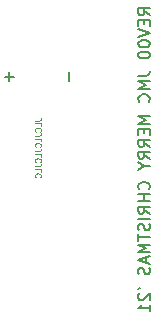
<source format=gbr>
%TF.GenerationSoftware,KiCad,Pcbnew,(5.1.12)-1*%
%TF.CreationDate,2021-12-21T10:33:21-05:00*%
%TF.ProjectId,stylophone,7374796c-6f70-4686-9f6e-652e6b696361,rev?*%
%TF.SameCoordinates,Original*%
%TF.FileFunction,Legend,Bot*%
%TF.FilePolarity,Positive*%
%FSLAX46Y46*%
G04 Gerber Fmt 4.6, Leading zero omitted, Abs format (unit mm)*
G04 Created by KiCad (PCBNEW (5.1.12)-1) date 2021-12-21 10:33:21*
%MOMM*%
%LPD*%
G01*
G04 APERTURE LIST*
%ADD10C,0.125000*%
%ADD11C,0.150000*%
G04 APERTURE END LIST*
D10*
X160726190Y-79690476D02*
X161083333Y-79690476D01*
X161154761Y-79666666D01*
X161202380Y-79619047D01*
X161226190Y-79547619D01*
X161226190Y-79500000D01*
X161226190Y-80166666D02*
X161226190Y-79928571D01*
X160726190Y-79928571D01*
X161178571Y-80619047D02*
X161202380Y-80595238D01*
X161226190Y-80523809D01*
X161226190Y-80476190D01*
X161202380Y-80404761D01*
X161154761Y-80357142D01*
X161107142Y-80333333D01*
X161011904Y-80309523D01*
X160940476Y-80309523D01*
X160845238Y-80333333D01*
X160797619Y-80357142D01*
X160750000Y-80404761D01*
X160726190Y-80476190D01*
X160726190Y-80523809D01*
X160750000Y-80595238D01*
X160773809Y-80619047D01*
X160726190Y-80976190D02*
X161083333Y-80976190D01*
X161154761Y-80952380D01*
X161202380Y-80904761D01*
X161226190Y-80833333D01*
X161226190Y-80785714D01*
X161226190Y-81452380D02*
X161226190Y-81214285D01*
X160726190Y-81214285D01*
X161178571Y-81904761D02*
X161202380Y-81880952D01*
X161226190Y-81809523D01*
X161226190Y-81761904D01*
X161202380Y-81690476D01*
X161154761Y-81642857D01*
X161107142Y-81619047D01*
X161011904Y-81595238D01*
X160940476Y-81595238D01*
X160845238Y-81619047D01*
X160797619Y-81642857D01*
X160750000Y-81690476D01*
X160726190Y-81761904D01*
X160726190Y-81809523D01*
X160750000Y-81880952D01*
X160773809Y-81904761D01*
X160726190Y-82261904D02*
X161083333Y-82261904D01*
X161154761Y-82238095D01*
X161202380Y-82190476D01*
X161226190Y-82119047D01*
X161226190Y-82071428D01*
X161226190Y-82738095D02*
X161226190Y-82500000D01*
X160726190Y-82500000D01*
X161178571Y-83190476D02*
X161202380Y-83166666D01*
X161226190Y-83095238D01*
X161226190Y-83047619D01*
X161202380Y-82976190D01*
X161154761Y-82928571D01*
X161107142Y-82904761D01*
X161011904Y-82880952D01*
X160940476Y-82880952D01*
X160845238Y-82904761D01*
X160797619Y-82928571D01*
X160750000Y-82976190D01*
X160726190Y-83047619D01*
X160726190Y-83095238D01*
X160750000Y-83166666D01*
X160773809Y-83190476D01*
X160726190Y-83547619D02*
X161083333Y-83547619D01*
X161154761Y-83523809D01*
X161202380Y-83476190D01*
X161226190Y-83404761D01*
X161226190Y-83357142D01*
X161226190Y-84023809D02*
X161226190Y-83785714D01*
X160726190Y-83785714D01*
X161178571Y-84476190D02*
X161202380Y-84452380D01*
X161226190Y-84380952D01*
X161226190Y-84333333D01*
X161202380Y-84261904D01*
X161154761Y-84214285D01*
X161107142Y-84190476D01*
X161011904Y-84166666D01*
X160940476Y-84166666D01*
X160845238Y-84190476D01*
X160797619Y-84214285D01*
X160750000Y-84261904D01*
X160726190Y-84333333D01*
X160726190Y-84380952D01*
X160750000Y-84452380D01*
X160773809Y-84476190D01*
D11*
X170452380Y-70761904D02*
X169976190Y-70428571D01*
X170452380Y-70190476D02*
X169452380Y-70190476D01*
X169452380Y-70571428D01*
X169500000Y-70666666D01*
X169547619Y-70714285D01*
X169642857Y-70761904D01*
X169785714Y-70761904D01*
X169880952Y-70714285D01*
X169928571Y-70666666D01*
X169976190Y-70571428D01*
X169976190Y-70190476D01*
X169928571Y-71190476D02*
X169928571Y-71523809D01*
X170452380Y-71666666D02*
X170452380Y-71190476D01*
X169452380Y-71190476D01*
X169452380Y-71666666D01*
X169452380Y-71952380D02*
X170452380Y-72285714D01*
X169452380Y-72619047D01*
X169452380Y-73142857D02*
X169452380Y-73238095D01*
X169500000Y-73333333D01*
X169547619Y-73380952D01*
X169642857Y-73428571D01*
X169833333Y-73476190D01*
X170071428Y-73476190D01*
X170261904Y-73428571D01*
X170357142Y-73380952D01*
X170404761Y-73333333D01*
X170452380Y-73238095D01*
X170452380Y-73142857D01*
X170404761Y-73047619D01*
X170357142Y-73000000D01*
X170261904Y-72952380D01*
X170071428Y-72904761D01*
X169833333Y-72904761D01*
X169642857Y-72952380D01*
X169547619Y-73000000D01*
X169500000Y-73047619D01*
X169452380Y-73142857D01*
X169452380Y-74095238D02*
X169452380Y-74190476D01*
X169500000Y-74285714D01*
X169547619Y-74333333D01*
X169642857Y-74380952D01*
X169833333Y-74428571D01*
X170071428Y-74428571D01*
X170261904Y-74380952D01*
X170357142Y-74333333D01*
X170404761Y-74285714D01*
X170452380Y-74190476D01*
X170452380Y-74095238D01*
X170404761Y-74000000D01*
X170357142Y-73952380D01*
X170261904Y-73904761D01*
X170071428Y-73857142D01*
X169833333Y-73857142D01*
X169642857Y-73904761D01*
X169547619Y-73952380D01*
X169500000Y-74000000D01*
X169452380Y-74095238D01*
X169452380Y-75904761D02*
X170166666Y-75904761D01*
X170309523Y-75857142D01*
X170404761Y-75761904D01*
X170452380Y-75619047D01*
X170452380Y-75523809D01*
X170452380Y-76380952D02*
X169452380Y-76380952D01*
X170166666Y-76714285D01*
X169452380Y-77047619D01*
X170452380Y-77047619D01*
X170357142Y-78095238D02*
X170404761Y-78047619D01*
X170452380Y-77904761D01*
X170452380Y-77809523D01*
X170404761Y-77666666D01*
X170309523Y-77571428D01*
X170214285Y-77523809D01*
X170023809Y-77476190D01*
X169880952Y-77476190D01*
X169690476Y-77523809D01*
X169595238Y-77571428D01*
X169500000Y-77666666D01*
X169452380Y-77809523D01*
X169452380Y-77904761D01*
X169500000Y-78047619D01*
X169547619Y-78095238D01*
X170452380Y-79285714D02*
X169452380Y-79285714D01*
X170166666Y-79619047D01*
X169452380Y-79952380D01*
X170452380Y-79952380D01*
X169928571Y-80428571D02*
X169928571Y-80761904D01*
X170452380Y-80904761D02*
X170452380Y-80428571D01*
X169452380Y-80428571D01*
X169452380Y-80904761D01*
X170452380Y-81904761D02*
X169976190Y-81571428D01*
X170452380Y-81333333D02*
X169452380Y-81333333D01*
X169452380Y-81714285D01*
X169500000Y-81809523D01*
X169547619Y-81857142D01*
X169642857Y-81904761D01*
X169785714Y-81904761D01*
X169880952Y-81857142D01*
X169928571Y-81809523D01*
X169976190Y-81714285D01*
X169976190Y-81333333D01*
X170452380Y-82904761D02*
X169976190Y-82571428D01*
X170452380Y-82333333D02*
X169452380Y-82333333D01*
X169452380Y-82714285D01*
X169500000Y-82809523D01*
X169547619Y-82857142D01*
X169642857Y-82904761D01*
X169785714Y-82904761D01*
X169880952Y-82857142D01*
X169928571Y-82809523D01*
X169976190Y-82714285D01*
X169976190Y-82333333D01*
X169976190Y-83523809D02*
X170452380Y-83523809D01*
X169452380Y-83190476D02*
X169976190Y-83523809D01*
X169452380Y-83857142D01*
X170357142Y-85523809D02*
X170404761Y-85476190D01*
X170452380Y-85333333D01*
X170452380Y-85238095D01*
X170404761Y-85095238D01*
X170309523Y-85000000D01*
X170214285Y-84952380D01*
X170023809Y-84904761D01*
X169880952Y-84904761D01*
X169690476Y-84952380D01*
X169595238Y-85000000D01*
X169500000Y-85095238D01*
X169452380Y-85238095D01*
X169452380Y-85333333D01*
X169500000Y-85476190D01*
X169547619Y-85523809D01*
X170452380Y-85952380D02*
X169452380Y-85952380D01*
X169928571Y-85952380D02*
X169928571Y-86523809D01*
X170452380Y-86523809D02*
X169452380Y-86523809D01*
X170452380Y-87571428D02*
X169976190Y-87238095D01*
X170452380Y-87000000D02*
X169452380Y-87000000D01*
X169452380Y-87380952D01*
X169500000Y-87476190D01*
X169547619Y-87523809D01*
X169642857Y-87571428D01*
X169785714Y-87571428D01*
X169880952Y-87523809D01*
X169928571Y-87476190D01*
X169976190Y-87380952D01*
X169976190Y-87000000D01*
X170452380Y-88000000D02*
X169452380Y-88000000D01*
X170404761Y-88428571D02*
X170452380Y-88571428D01*
X170452380Y-88809523D01*
X170404761Y-88904761D01*
X170357142Y-88952380D01*
X170261904Y-89000000D01*
X170166666Y-89000000D01*
X170071428Y-88952380D01*
X170023809Y-88904761D01*
X169976190Y-88809523D01*
X169928571Y-88619047D01*
X169880952Y-88523809D01*
X169833333Y-88476190D01*
X169738095Y-88428571D01*
X169642857Y-88428571D01*
X169547619Y-88476190D01*
X169500000Y-88523809D01*
X169452380Y-88619047D01*
X169452380Y-88857142D01*
X169500000Y-89000000D01*
X169452380Y-89285714D02*
X169452380Y-89857142D01*
X170452380Y-89571428D02*
X169452380Y-89571428D01*
X170452380Y-90190476D02*
X169452380Y-90190476D01*
X170166666Y-90523809D01*
X169452380Y-90857142D01*
X170452380Y-90857142D01*
X170166666Y-91285714D02*
X170166666Y-91761904D01*
X170452380Y-91190476D02*
X169452380Y-91523809D01*
X170452380Y-91857142D01*
X170404761Y-92142857D02*
X170452380Y-92285714D01*
X170452380Y-92523809D01*
X170404761Y-92619047D01*
X170357142Y-92666666D01*
X170261904Y-92714285D01*
X170166666Y-92714285D01*
X170071428Y-92666666D01*
X170023809Y-92619047D01*
X169976190Y-92523809D01*
X169928571Y-92333333D01*
X169880952Y-92238095D01*
X169833333Y-92190476D01*
X169738095Y-92142857D01*
X169642857Y-92142857D01*
X169547619Y-92190476D01*
X169500000Y-92238095D01*
X169452380Y-92333333D01*
X169452380Y-92571428D01*
X169500000Y-92714285D01*
X169452380Y-93952380D02*
X169642857Y-93857142D01*
X169547619Y-94333333D02*
X169500000Y-94380952D01*
X169452380Y-94476190D01*
X169452380Y-94714285D01*
X169500000Y-94809523D01*
X169547619Y-94857142D01*
X169642857Y-94904761D01*
X169738095Y-94904761D01*
X169880952Y-94857142D01*
X170452380Y-94285714D01*
X170452380Y-94904761D01*
X170452380Y-95857142D02*
X170452380Y-95285714D01*
X170452380Y-95571428D02*
X169452380Y-95571428D01*
X169595238Y-95476190D01*
X169690476Y-95380952D01*
X169738095Y-95285714D01*
%TO.C,LS1*%
X158531428Y-75619047D02*
X158531428Y-76380952D01*
X158912380Y-76000000D02*
X158150476Y-76000000D01*
X163611428Y-75619047D02*
X163611428Y-76380952D01*
%TD*%
M02*

</source>
